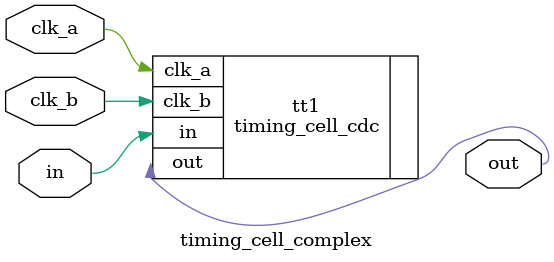
<source format=v>
module timing_cell_complex (input in, input clk_a, input clk_b, output out);
  
  timing_cell_cdc tt1(.in(in), .clk_a(clk_a), .clk_b(clk_b), .out(out));

endmodule

</source>
